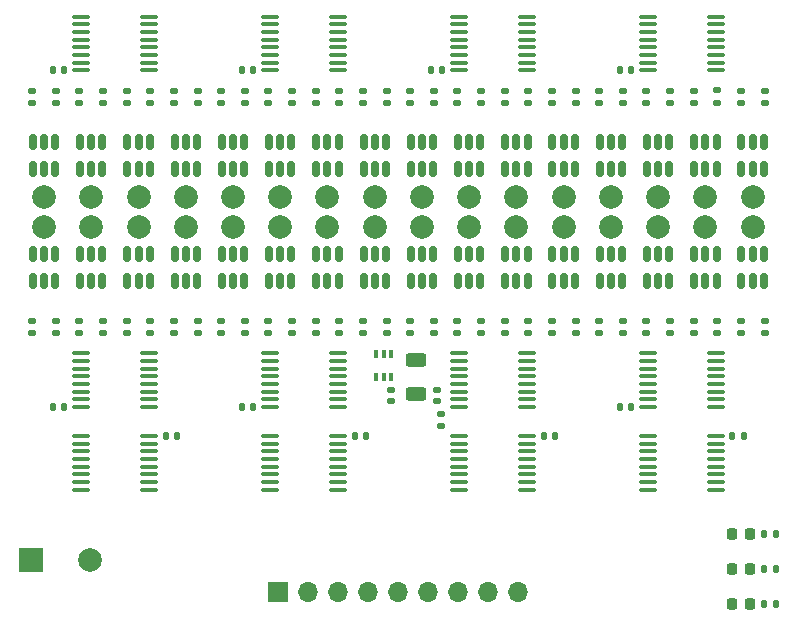
<source format=gbr>
%TF.GenerationSoftware,KiCad,Pcbnew,7.0.1*%
%TF.CreationDate,2024-03-30T14:25:32-04:00*%
%TF.ProjectId,TacTile2-C,54616354-696c-4653-922d-432e6b696361,rev?*%
%TF.SameCoordinates,Original*%
%TF.FileFunction,Soldermask,Top*%
%TF.FilePolarity,Negative*%
%FSLAX46Y46*%
G04 Gerber Fmt 4.6, Leading zero omitted, Abs format (unit mm)*
G04 Created by KiCad (PCBNEW 7.0.1) date 2024-03-30 14:25:32*
%MOMM*%
%LPD*%
G01*
G04 APERTURE LIST*
G04 Aperture macros list*
%AMRoundRect*
0 Rectangle with rounded corners*
0 $1 Rounding radius*
0 $2 $3 $4 $5 $6 $7 $8 $9 X,Y pos of 4 corners*
0 Add a 4 corners polygon primitive as box body*
4,1,4,$2,$3,$4,$5,$6,$7,$8,$9,$2,$3,0*
0 Add four circle primitives for the rounded corners*
1,1,$1+$1,$2,$3*
1,1,$1+$1,$4,$5*
1,1,$1+$1,$6,$7*
1,1,$1+$1,$8,$9*
0 Add four rect primitives between the rounded corners*
20,1,$1+$1,$2,$3,$4,$5,0*
20,1,$1+$1,$4,$5,$6,$7,0*
20,1,$1+$1,$6,$7,$8,$9,0*
20,1,$1+$1,$8,$9,$2,$3,0*%
G04 Aperture macros list end*
%ADD10C,2.000000*%
%ADD11RoundRect,0.135000X0.185000X-0.135000X0.185000X0.135000X-0.185000X0.135000X-0.185000X-0.135000X0*%
%ADD12RoundRect,0.135000X-0.185000X0.135000X-0.185000X-0.135000X0.185000X-0.135000X0.185000X0.135000X0*%
%ADD13RoundRect,0.150000X-0.150000X0.512500X-0.150000X-0.512500X0.150000X-0.512500X0.150000X0.512500X0*%
%ADD14RoundRect,0.140000X-0.140000X-0.170000X0.140000X-0.170000X0.140000X0.170000X-0.140000X0.170000X0*%
%ADD15RoundRect,0.140000X0.140000X0.170000X-0.140000X0.170000X-0.140000X-0.170000X0.140000X-0.170000X0*%
%ADD16RoundRect,0.100000X0.637500X0.100000X-0.637500X0.100000X-0.637500X-0.100000X0.637500X-0.100000X0*%
%ADD17RoundRect,0.100000X-0.637500X-0.100000X0.637500X-0.100000X0.637500X0.100000X-0.637500X0.100000X0*%
%ADD18R,0.400000X0.650000*%
%ADD19RoundRect,0.218750X0.218750X0.256250X-0.218750X0.256250X-0.218750X-0.256250X0.218750X-0.256250X0*%
%ADD20RoundRect,0.140000X0.170000X-0.140000X0.170000X0.140000X-0.170000X0.140000X-0.170000X-0.140000X0*%
%ADD21RoundRect,0.150000X0.150000X-0.512500X0.150000X0.512500X-0.150000X0.512500X-0.150000X-0.512500X0*%
%ADD22RoundRect,0.135000X-0.135000X-0.185000X0.135000X-0.185000X0.135000X0.185000X-0.135000X0.185000X0*%
%ADD23RoundRect,0.250000X-0.625000X0.312500X-0.625000X-0.312500X0.625000X-0.312500X0.625000X0.312500X0*%
%ADD24R,2.000000X2.000000*%
%ADD25R,1.700000X1.700000*%
%ADD26O,1.700000X1.700000*%
G04 APERTURE END LIST*
D10*
%TO.C,J8*%
X52000000Y-37000000D03*
X52000000Y-39500000D03*
%TD*%
D11*
%TO.C,R24*%
X45000000Y-48510000D03*
X45000000Y-47490000D03*
%TD*%
D12*
%TO.C,R53*%
X71000000Y-47480000D03*
X71000000Y-48500000D03*
%TD*%
D11*
%TO.C,R16*%
X37000000Y-48510000D03*
X37000000Y-47490000D03*
%TD*%
D13*
%TO.C,Q5*%
X32950000Y-32362500D03*
X32000000Y-32362500D03*
X31050000Y-32362500D03*
X31050000Y-34637500D03*
X32000000Y-34637500D03*
X32950000Y-34637500D03*
%TD*%
D14*
%TO.C,C4*%
X72750000Y-26250000D03*
X73710000Y-26250000D03*
%TD*%
D15*
%TO.C,C8*%
X83250000Y-57250000D03*
X82290000Y-57250000D03*
%TD*%
D11*
%TO.C,R64*%
X85000000Y-48510000D03*
X85000000Y-47490000D03*
%TD*%
D16*
%TO.C,U8*%
X80862500Y-26275000D03*
X80862500Y-25625000D03*
X80862500Y-24975000D03*
X80862500Y-24325000D03*
X80862500Y-23675000D03*
X80862500Y-23025000D03*
X80862500Y-22375000D03*
X80862500Y-21725000D03*
X75137500Y-21725000D03*
X75137500Y-22375000D03*
X75137500Y-23025000D03*
X75137500Y-23675000D03*
X75137500Y-24325000D03*
X75137500Y-24975000D03*
X75137500Y-25625000D03*
X75137500Y-26275000D03*
%TD*%
%TO.C,U2*%
X32862500Y-26275000D03*
X32862500Y-25625000D03*
X32862500Y-24975000D03*
X32862500Y-24325000D03*
X32862500Y-23675000D03*
X32862500Y-23025000D03*
X32862500Y-22375000D03*
X32862500Y-21725000D03*
X27137500Y-21725000D03*
X27137500Y-22375000D03*
X27137500Y-23025000D03*
X27137500Y-23675000D03*
X27137500Y-24325000D03*
X27137500Y-24975000D03*
X27137500Y-25625000D03*
X27137500Y-26275000D03*
%TD*%
D17*
%TO.C,U11*%
X59137500Y-57225000D03*
X59137500Y-57875000D03*
X59137500Y-58525000D03*
X59137500Y-59175000D03*
X59137500Y-59825000D03*
X59137500Y-60475000D03*
X59137500Y-61125000D03*
X59137500Y-61775000D03*
X64862500Y-61775000D03*
X64862500Y-61125000D03*
X64862500Y-60475000D03*
X64862500Y-59825000D03*
X64862500Y-59175000D03*
X64862500Y-58525000D03*
X64862500Y-57875000D03*
X64862500Y-57225000D03*
%TD*%
D18*
%TO.C,U1*%
X52100000Y-52200000D03*
X52750000Y-52200000D03*
X53400000Y-52200000D03*
X53400000Y-50300000D03*
X52750000Y-50300000D03*
X52100000Y-50300000D03*
%TD*%
D13*
%TO.C,Q15*%
X52950000Y-32362500D03*
X52000000Y-32362500D03*
X51050000Y-32362500D03*
X51050000Y-34637500D03*
X52000000Y-34637500D03*
X52950000Y-34637500D03*
%TD*%
D10*
%TO.C,J15*%
X76000000Y-37000000D03*
X76000000Y-39500000D03*
%TD*%
D11*
%TO.C,R35*%
X57000000Y-29010000D03*
X57000000Y-27990000D03*
%TD*%
%TO.C,R23*%
X45000000Y-29010000D03*
X45000000Y-27990000D03*
%TD*%
D10*
%TO.C,J13*%
X68000000Y-37000000D03*
X68000000Y-39500000D03*
%TD*%
%TO.C,J4*%
X36000000Y-37000000D03*
X36000000Y-39500000D03*
%TD*%
D13*
%TO.C,Q25*%
X72950000Y-32362500D03*
X72000000Y-32362500D03*
X71050000Y-32362500D03*
X71050000Y-34637500D03*
X72000000Y-34637500D03*
X72950000Y-34637500D03*
%TD*%
D12*
%TO.C,R65*%
X83000000Y-47490000D03*
X83000000Y-48510000D03*
%TD*%
D13*
%TO.C,Q11*%
X44950000Y-32362500D03*
X44000000Y-32362500D03*
X43050000Y-32362500D03*
X43050000Y-34637500D03*
X44000000Y-34637500D03*
X44950000Y-34637500D03*
%TD*%
D11*
%TO.C,R56*%
X77000000Y-48510000D03*
X77000000Y-47490000D03*
%TD*%
D13*
%TO.C,Q13*%
X48950000Y-32362500D03*
X48000000Y-32362500D03*
X47050000Y-32362500D03*
X47050000Y-34637500D03*
X48000000Y-34637500D03*
X48950000Y-34637500D03*
%TD*%
D19*
%TO.C,D2*%
X83787500Y-68500000D03*
X82212500Y-68500000D03*
%TD*%
D12*
%TO.C,R21*%
X39000000Y-47490000D03*
X39000000Y-48510000D03*
%TD*%
D20*
%TO.C,C11*%
X57600000Y-56360000D03*
X57600000Y-55400000D03*
%TD*%
D21*
%TO.C,Q8*%
X35050000Y-44137500D03*
X36000000Y-44137500D03*
X36950000Y-44137500D03*
X36950000Y-41862500D03*
X36000000Y-41862500D03*
X35050000Y-41862500D03*
%TD*%
D11*
%TO.C,R44*%
X65000000Y-48510000D03*
X65000000Y-47490000D03*
%TD*%
D14*
%TO.C,C7*%
X72750000Y-54750000D03*
X73710000Y-54750000D03*
%TD*%
%TO.C,C1*%
X24750000Y-26250000D03*
X25710000Y-26250000D03*
%TD*%
D13*
%TO.C,Q3*%
X28950000Y-32362500D03*
X28000000Y-32362500D03*
X27050000Y-32362500D03*
X27050000Y-34637500D03*
X28000000Y-34637500D03*
X28950000Y-34637500D03*
%TD*%
D11*
%TO.C,R36*%
X57000000Y-48510000D03*
X57000000Y-47490000D03*
%TD*%
%TO.C,R8*%
X29000000Y-48510000D03*
X29000000Y-47490000D03*
%TD*%
D13*
%TO.C,Q21*%
X64950000Y-32362500D03*
X64000000Y-32362500D03*
X63050000Y-32362500D03*
X63050000Y-34637500D03*
X64000000Y-34637500D03*
X64950000Y-34637500D03*
%TD*%
D22*
%TO.C,R98*%
X84990000Y-65500000D03*
X86010000Y-65500000D03*
%TD*%
D11*
%TO.C,R40*%
X61000000Y-48510000D03*
X61000000Y-47490000D03*
%TD*%
D13*
%TO.C,Q27*%
X76950000Y-32362500D03*
X76000000Y-32362500D03*
X75050000Y-32362500D03*
X75050000Y-34637500D03*
X76000000Y-34637500D03*
X76950000Y-34637500D03*
%TD*%
D21*
%TO.C,Q22*%
X63050000Y-44137500D03*
X64000000Y-44137500D03*
X64950000Y-44137500D03*
X64950000Y-41862500D03*
X64000000Y-41862500D03*
X63050000Y-41862500D03*
%TD*%
D10*
%TO.C,J6*%
X44000000Y-37000000D03*
X44000000Y-39500000D03*
%TD*%
%TO.C,J7*%
X48000000Y-37000000D03*
X48000000Y-39500000D03*
%TD*%
D12*
%TO.C,R57*%
X75000000Y-47490000D03*
X75000000Y-48510000D03*
%TD*%
D15*
%TO.C,C12*%
X35250000Y-57250000D03*
X34290000Y-57250000D03*
%TD*%
D12*
%TO.C,R62*%
X83000000Y-27990000D03*
X83000000Y-29010000D03*
%TD*%
D21*
%TO.C,Q12*%
X43050000Y-44137500D03*
X44000000Y-44137500D03*
X44950000Y-44137500D03*
X44950000Y-41862500D03*
X44000000Y-41862500D03*
X43050000Y-41862500D03*
%TD*%
D11*
%TO.C,R20*%
X41000000Y-48510000D03*
X41000000Y-47490000D03*
%TD*%
%TO.C,R19*%
X41000000Y-29010000D03*
X41000000Y-27990000D03*
%TD*%
D10*
%TO.C,J3*%
X32000000Y-37000000D03*
X32000000Y-39500000D03*
%TD*%
D12*
%TO.C,R38*%
X59000000Y-27990000D03*
X59000000Y-29010000D03*
%TD*%
D21*
%TO.C,Q30*%
X79050000Y-44137500D03*
X80000000Y-44137500D03*
X80950000Y-44137500D03*
X80950000Y-41862500D03*
X80000000Y-41862500D03*
X79050000Y-41862500D03*
%TD*%
D12*
%TO.C,R45*%
X63000000Y-47480000D03*
X63000000Y-48500000D03*
%TD*%
D21*
%TO.C,Q14*%
X47050000Y-44137500D03*
X48000000Y-44137500D03*
X48950000Y-44137500D03*
X48950000Y-41862500D03*
X48000000Y-41862500D03*
X47050000Y-41862500D03*
%TD*%
D12*
%TO.C,R6*%
X27000000Y-27990000D03*
X27000000Y-29010000D03*
%TD*%
%TO.C,R9*%
X27000000Y-47490000D03*
X27000000Y-48510000D03*
%TD*%
%TO.C,R22*%
X43000000Y-27990000D03*
X43000000Y-29010000D03*
%TD*%
%TO.C,R25*%
X43000000Y-47490000D03*
X43000000Y-48510000D03*
%TD*%
%TO.C,R54*%
X75000000Y-27990000D03*
X75000000Y-29010000D03*
%TD*%
D10*
%TO.C,J2*%
X28000000Y-37000000D03*
X28000000Y-39500000D03*
%TD*%
D16*
%TO.C,U10*%
X80862500Y-54775000D03*
X80862500Y-54125000D03*
X80862500Y-53475000D03*
X80862500Y-52825000D03*
X80862500Y-52175000D03*
X80862500Y-51525000D03*
X80862500Y-50875000D03*
X80862500Y-50225000D03*
X75137500Y-50225000D03*
X75137500Y-50875000D03*
X75137500Y-51525000D03*
X75137500Y-52175000D03*
X75137500Y-52825000D03*
X75137500Y-53475000D03*
X75137500Y-54125000D03*
X75137500Y-54775000D03*
%TD*%
D14*
%TO.C,C5*%
X40750000Y-54750000D03*
X41710000Y-54750000D03*
%TD*%
D12*
%TO.C,R29*%
X47000000Y-47490000D03*
X47000000Y-48510000D03*
%TD*%
D21*
%TO.C,Q32*%
X83050000Y-44137500D03*
X84000000Y-44137500D03*
X84950000Y-44137500D03*
X84950000Y-41862500D03*
X84000000Y-41862500D03*
X83050000Y-41862500D03*
%TD*%
D12*
%TO.C,R50*%
X71000000Y-27990000D03*
X71000000Y-29010000D03*
%TD*%
D13*
%TO.C,Q31*%
X84950000Y-32362500D03*
X84000000Y-32362500D03*
X83050000Y-32362500D03*
X83050000Y-34637500D03*
X84000000Y-34637500D03*
X84950000Y-34637500D03*
%TD*%
D11*
%TO.C,R55*%
X77000000Y-29010000D03*
X77000000Y-27990000D03*
%TD*%
D21*
%TO.C,Q20*%
X59050000Y-44137500D03*
X60000000Y-44137500D03*
X60950000Y-44137500D03*
X60950000Y-41862500D03*
X60000000Y-41862500D03*
X59050000Y-41862500D03*
%TD*%
D12*
%TO.C,R17*%
X35000000Y-47490000D03*
X35000000Y-48510000D03*
%TD*%
%TO.C,R14*%
X35000000Y-27990000D03*
X35000000Y-29010000D03*
%TD*%
D21*
%TO.C,Q2*%
X23050000Y-44137500D03*
X24000000Y-44137500D03*
X24950000Y-44137500D03*
X24950000Y-41862500D03*
X24000000Y-41862500D03*
X23050000Y-41862500D03*
%TD*%
D13*
%TO.C,Q9*%
X40950000Y-32362500D03*
X40000000Y-32362500D03*
X39050000Y-32362500D03*
X39050000Y-34637500D03*
X40000000Y-34637500D03*
X40950000Y-34637500D03*
%TD*%
D12*
%TO.C,R42*%
X63000000Y-27990000D03*
X63000000Y-29010000D03*
%TD*%
D11*
%TO.C,R43*%
X65000000Y-29010000D03*
X65000000Y-27990000D03*
%TD*%
%TO.C,R59*%
X81000000Y-29000000D03*
X81000000Y-27980000D03*
%TD*%
D21*
%TO.C,Q4*%
X27050000Y-44137500D03*
X28000000Y-44137500D03*
X28950000Y-44137500D03*
X28950000Y-41862500D03*
X28000000Y-41862500D03*
X27050000Y-41862500D03*
%TD*%
D13*
%TO.C,Q7*%
X36950000Y-32362500D03*
X36000000Y-32362500D03*
X35050000Y-32362500D03*
X35050000Y-34637500D03*
X36000000Y-34637500D03*
X36950000Y-34637500D03*
%TD*%
%TO.C,Q29*%
X80950000Y-32362500D03*
X80000000Y-32362500D03*
X79050000Y-32362500D03*
X79050000Y-34637500D03*
X80000000Y-34637500D03*
X80950000Y-34637500D03*
%TD*%
D12*
%TO.C,R49*%
X67000000Y-47480000D03*
X67000000Y-48500000D03*
%TD*%
%TO.C,R2*%
X23000000Y-27990000D03*
X23000000Y-29010000D03*
%TD*%
D21*
%TO.C,Q16*%
X51050000Y-44137500D03*
X52000000Y-44137500D03*
X52950000Y-44137500D03*
X52950000Y-41862500D03*
X52000000Y-41862500D03*
X51050000Y-41862500D03*
%TD*%
D12*
%TO.C,R33*%
X51000000Y-47490000D03*
X51000000Y-48510000D03*
%TD*%
%TO.C,R26*%
X47000000Y-27990000D03*
X47000000Y-29010000D03*
%TD*%
D20*
%TO.C,C18*%
X57300000Y-54280000D03*
X57300000Y-53320000D03*
%TD*%
D17*
%TO.C,U13*%
X75137500Y-57225000D03*
X75137500Y-57875000D03*
X75137500Y-58525000D03*
X75137500Y-59175000D03*
X75137500Y-59825000D03*
X75137500Y-60475000D03*
X75137500Y-61125000D03*
X75137500Y-61775000D03*
X80862500Y-61775000D03*
X80862500Y-61125000D03*
X80862500Y-60475000D03*
X80862500Y-59825000D03*
X80862500Y-59175000D03*
X80862500Y-58525000D03*
X80862500Y-57875000D03*
X80862500Y-57225000D03*
%TD*%
D12*
%TO.C,R46*%
X67000000Y-27990000D03*
X67000000Y-29010000D03*
%TD*%
%TO.C,R10*%
X31000000Y-27990000D03*
X31000000Y-29010000D03*
%TD*%
D11*
%TO.C,R3*%
X25000000Y-29010000D03*
X25000000Y-27990000D03*
%TD*%
D21*
%TO.C,Q24*%
X67050000Y-44137500D03*
X68000000Y-44137500D03*
X68950000Y-44137500D03*
X68950000Y-41862500D03*
X68000000Y-41862500D03*
X67050000Y-41862500D03*
%TD*%
D23*
%TO.C,R1*%
X55500000Y-50787500D03*
X55500000Y-53712500D03*
%TD*%
D20*
%TO.C,C17*%
X53400000Y-54260000D03*
X53400000Y-53300000D03*
%TD*%
D12*
%TO.C,R30*%
X51000000Y-27990000D03*
X51000000Y-29010000D03*
%TD*%
D16*
%TO.C,U9*%
X64862500Y-54775000D03*
X64862500Y-54125000D03*
X64862500Y-53475000D03*
X64862500Y-52825000D03*
X64862500Y-52175000D03*
X64862500Y-51525000D03*
X64862500Y-50875000D03*
X64862500Y-50225000D03*
X59137500Y-50225000D03*
X59137500Y-50875000D03*
X59137500Y-51525000D03*
X59137500Y-52175000D03*
X59137500Y-52825000D03*
X59137500Y-53475000D03*
X59137500Y-54125000D03*
X59137500Y-54775000D03*
%TD*%
D19*
%TO.C,D1*%
X83787500Y-65500000D03*
X82212500Y-65500000D03*
%TD*%
D11*
%TO.C,R39*%
X61000000Y-29010000D03*
X61000000Y-27990000D03*
%TD*%
D16*
%TO.C,U3*%
X48862500Y-26275000D03*
X48862500Y-25625000D03*
X48862500Y-24975000D03*
X48862500Y-24325000D03*
X48862500Y-23675000D03*
X48862500Y-23025000D03*
X48862500Y-22375000D03*
X48862500Y-21725000D03*
X43137500Y-21725000D03*
X43137500Y-22375000D03*
X43137500Y-23025000D03*
X43137500Y-23675000D03*
X43137500Y-24325000D03*
X43137500Y-24975000D03*
X43137500Y-25625000D03*
X43137500Y-26275000D03*
%TD*%
D12*
%TO.C,R37*%
X55000000Y-47490000D03*
X55000000Y-48510000D03*
%TD*%
%TO.C,R61*%
X79000000Y-47490000D03*
X79000000Y-48510000D03*
%TD*%
%TO.C,R58*%
X79000000Y-27990000D03*
X79000000Y-29010000D03*
%TD*%
D13*
%TO.C,Q17*%
X56950000Y-32362500D03*
X56000000Y-32362500D03*
X55050000Y-32362500D03*
X55050000Y-34637500D03*
X56000000Y-34637500D03*
X56950000Y-34637500D03*
%TD*%
D11*
%TO.C,R31*%
X53000000Y-29010000D03*
X53000000Y-27990000D03*
%TD*%
D16*
%TO.C,U5*%
X48862500Y-54775000D03*
X48862500Y-54125000D03*
X48862500Y-53475000D03*
X48862500Y-52825000D03*
X48862500Y-52175000D03*
X48862500Y-51525000D03*
X48862500Y-50875000D03*
X48862500Y-50225000D03*
X43137500Y-50225000D03*
X43137500Y-50875000D03*
X43137500Y-51525000D03*
X43137500Y-52175000D03*
X43137500Y-52825000D03*
X43137500Y-53475000D03*
X43137500Y-54125000D03*
X43137500Y-54775000D03*
%TD*%
%TO.C,U7*%
X64862500Y-26275000D03*
X64862500Y-25625000D03*
X64862500Y-24975000D03*
X64862500Y-24325000D03*
X64862500Y-23675000D03*
X64862500Y-23025000D03*
X64862500Y-22375000D03*
X64862500Y-21725000D03*
X59137500Y-21725000D03*
X59137500Y-22375000D03*
X59137500Y-23025000D03*
X59137500Y-23675000D03*
X59137500Y-24325000D03*
X59137500Y-24975000D03*
X59137500Y-25625000D03*
X59137500Y-26275000D03*
%TD*%
D21*
%TO.C,Q18*%
X55050000Y-44137500D03*
X56000000Y-44137500D03*
X56950000Y-44137500D03*
X56950000Y-41862500D03*
X56000000Y-41862500D03*
X55050000Y-41862500D03*
%TD*%
D24*
%TO.C,C19*%
X22882323Y-67750000D03*
D10*
X27882323Y-67750000D03*
%TD*%
D11*
%TO.C,R52*%
X73000000Y-48510000D03*
X73000000Y-47490000D03*
%TD*%
%TO.C,R7*%
X29000000Y-29010000D03*
X29000000Y-27990000D03*
%TD*%
D15*
%TO.C,C9*%
X51250000Y-57250000D03*
X50290000Y-57250000D03*
%TD*%
%TO.C,C10*%
X67250000Y-57250000D03*
X66290000Y-57250000D03*
%TD*%
D10*
%TO.C,J11*%
X60000000Y-37000000D03*
X60000000Y-39500000D03*
%TD*%
D11*
%TO.C,R27*%
X49000000Y-29010000D03*
X49000000Y-27990000D03*
%TD*%
D22*
%TO.C,R99*%
X84990000Y-68500000D03*
X86010000Y-68500000D03*
%TD*%
D19*
%TO.C,D3*%
X83787500Y-71500000D03*
X82212500Y-71500000D03*
%TD*%
D13*
%TO.C,Q19*%
X60950000Y-32362500D03*
X60000000Y-32362500D03*
X59050000Y-32362500D03*
X59050000Y-34637500D03*
X60000000Y-34637500D03*
X60950000Y-34637500D03*
%TD*%
D10*
%TO.C,J10*%
X56000000Y-37000000D03*
X56000000Y-39500000D03*
%TD*%
D14*
%TO.C,C6*%
X24750000Y-54750000D03*
X25710000Y-54750000D03*
%TD*%
D25*
%TO.C,J9*%
X43840000Y-70475000D03*
D26*
X46380000Y-70475000D03*
X48920000Y-70475000D03*
X51460000Y-70475000D03*
X54000000Y-70475000D03*
X56540000Y-70475000D03*
X59080000Y-70475000D03*
X61620000Y-70475000D03*
X64160000Y-70475000D03*
%TD*%
D11*
%TO.C,R47*%
X69000000Y-29010000D03*
X69000000Y-27990000D03*
%TD*%
D21*
%TO.C,Q10*%
X39050000Y-44137500D03*
X40000000Y-44137500D03*
X40950000Y-44137500D03*
X40950000Y-41862500D03*
X40000000Y-41862500D03*
X39050000Y-41862500D03*
%TD*%
D10*
%TO.C,J16*%
X80000000Y-37000000D03*
X80000000Y-39500000D03*
%TD*%
D11*
%TO.C,R48*%
X69000000Y-48510000D03*
X69000000Y-47490000D03*
%TD*%
D12*
%TO.C,R5*%
X23000000Y-47490000D03*
X23000000Y-48510000D03*
%TD*%
D10*
%TO.C,J1*%
X24000000Y-37000000D03*
X24000000Y-39500000D03*
%TD*%
D11*
%TO.C,R28*%
X49000000Y-48510000D03*
X49000000Y-47490000D03*
%TD*%
D13*
%TO.C,Q1*%
X24950000Y-32362500D03*
X24000000Y-32362500D03*
X23050000Y-32362500D03*
X23050000Y-34637500D03*
X24000000Y-34637500D03*
X24950000Y-34637500D03*
%TD*%
D12*
%TO.C,R18*%
X39000000Y-27990000D03*
X39000000Y-29010000D03*
%TD*%
D17*
%TO.C,U12*%
X27137500Y-57225000D03*
X27137500Y-57875000D03*
X27137500Y-58525000D03*
X27137500Y-59175000D03*
X27137500Y-59825000D03*
X27137500Y-60475000D03*
X27137500Y-61125000D03*
X27137500Y-61775000D03*
X32862500Y-61775000D03*
X32862500Y-61125000D03*
X32862500Y-60475000D03*
X32862500Y-59825000D03*
X32862500Y-59175000D03*
X32862500Y-58525000D03*
X32862500Y-57875000D03*
X32862500Y-57225000D03*
%TD*%
D12*
%TO.C,R13*%
X31000000Y-47490000D03*
X31000000Y-48510000D03*
%TD*%
D11*
%TO.C,R11*%
X32970000Y-29010000D03*
X32970000Y-27990000D03*
%TD*%
D12*
%TO.C,R34*%
X55000000Y-27990000D03*
X55000000Y-29010000D03*
%TD*%
D10*
%TO.C,J12*%
X64000000Y-37000000D03*
X64000000Y-39500000D03*
%TD*%
D11*
%TO.C,R32*%
X53000000Y-48510000D03*
X53000000Y-47490000D03*
%TD*%
D10*
%TO.C,J14*%
X72000000Y-37000000D03*
X72000000Y-39500000D03*
%TD*%
D17*
%TO.C,U6*%
X43137500Y-57225000D03*
X43137500Y-57875000D03*
X43137500Y-58525000D03*
X43137500Y-59175000D03*
X43137500Y-59825000D03*
X43137500Y-60475000D03*
X43137500Y-61125000D03*
X43137500Y-61775000D03*
X48862500Y-61775000D03*
X48862500Y-61125000D03*
X48862500Y-60475000D03*
X48862500Y-59825000D03*
X48862500Y-59175000D03*
X48862500Y-58525000D03*
X48862500Y-57875000D03*
X48862500Y-57225000D03*
%TD*%
D11*
%TO.C,R12*%
X32970000Y-48510000D03*
X32970000Y-47490000D03*
%TD*%
D21*
%TO.C,Q28*%
X75050000Y-44137500D03*
X76000000Y-44137500D03*
X76950000Y-44137500D03*
X76950000Y-41862500D03*
X76000000Y-41862500D03*
X75050000Y-41862500D03*
%TD*%
D13*
%TO.C,Q23*%
X68950000Y-32362500D03*
X68000000Y-32362500D03*
X67050000Y-32362500D03*
X67050000Y-34637500D03*
X68000000Y-34637500D03*
X68950000Y-34637500D03*
%TD*%
D10*
%TO.C,J5*%
X40000000Y-37000000D03*
X40000000Y-39500000D03*
%TD*%
D22*
%TO.C,R100*%
X84990000Y-71500000D03*
X86010000Y-71500000D03*
%TD*%
D16*
%TO.C,U4*%
X32862500Y-54775000D03*
X32862500Y-54125000D03*
X32862500Y-53475000D03*
X32862500Y-52825000D03*
X32862500Y-52175000D03*
X32862500Y-51525000D03*
X32862500Y-50875000D03*
X32862500Y-50225000D03*
X27137500Y-50225000D03*
X27137500Y-50875000D03*
X27137500Y-51525000D03*
X27137500Y-52175000D03*
X27137500Y-52825000D03*
X27137500Y-53475000D03*
X27137500Y-54125000D03*
X27137500Y-54775000D03*
%TD*%
D11*
%TO.C,R63*%
X85000000Y-29010000D03*
X85000000Y-27990000D03*
%TD*%
D14*
%TO.C,C3*%
X56750000Y-26250000D03*
X57710000Y-26250000D03*
%TD*%
D21*
%TO.C,Q26*%
X71050000Y-44137500D03*
X72000000Y-44137500D03*
X72950000Y-44137500D03*
X72950000Y-41862500D03*
X72000000Y-41862500D03*
X71050000Y-41862500D03*
%TD*%
D11*
%TO.C,R51*%
X73000000Y-29010000D03*
X73000000Y-27990000D03*
%TD*%
D21*
%TO.C,Q6*%
X31050000Y-44137500D03*
X32000000Y-44137500D03*
X32950000Y-44137500D03*
X32950000Y-41862500D03*
X32000000Y-41862500D03*
X31050000Y-41862500D03*
%TD*%
D11*
%TO.C,R4*%
X25000000Y-48510000D03*
X25000000Y-47490000D03*
%TD*%
%TO.C,R60*%
X81000000Y-48510000D03*
X81000000Y-47490000D03*
%TD*%
D14*
%TO.C,C2*%
X40750000Y-26250000D03*
X41710000Y-26250000D03*
%TD*%
D11*
%TO.C,R15*%
X37000000Y-29010000D03*
X37000000Y-27990000D03*
%TD*%
D10*
%TO.C,J17*%
X84000000Y-37000000D03*
X84000000Y-39500000D03*
%TD*%
D12*
%TO.C,R41*%
X59000000Y-47490000D03*
X59000000Y-48510000D03*
%TD*%
M02*

</source>
